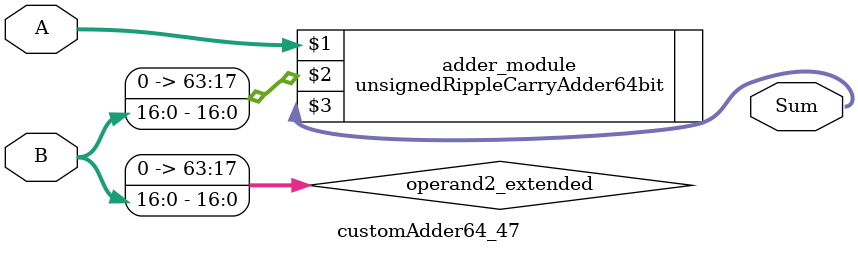
<source format=v>
module customAdder64_47(
                        input [63 : 0] A,
                        input [16 : 0] B,
                        
                        output [64 : 0] Sum
                );

        wire [63 : 0] operand2_extended;
        
        assign operand2_extended =  {47'b0, B};
        
        unsignedRippleCarryAdder64bit adder_module(
            A,
            operand2_extended,
            Sum
        );
        
        endmodule
        
</source>
